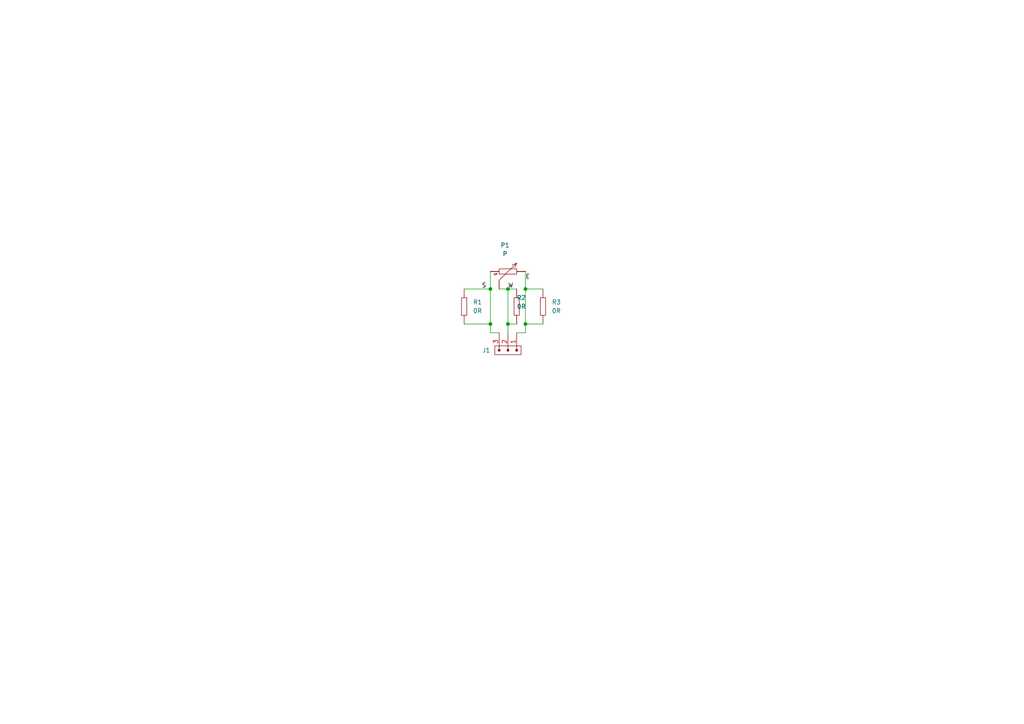
<source format=kicad_sch>
(kicad_sch (version 20230121) (generator eeschema)
  (paper "A4")
  (lib_symbols
    (symbol "dvhx-kicad-library-2:Header_1x3_male" (pin_names hide)
      (property "Reference" "J" (at -0.254 2.286 0))
      (symbol "Header_1x3_male_0_1"
        (rectangle (start -1.27 1.27) (end 1.27 -6.35))
        (rectangle (start -0.254 -4.826) (end 0.254 -5.334) (fill (type outline)))
        (rectangle (start -0.254 -2.286) (end 0.254 -2.794) (fill (type outline)))
        (rectangle (start -0.254 0.254) (end 0.254 -0.254) (fill (type outline)))
      )
      (symbol "Header_1x3_male_1_1"
        (pin passive line (at -5.08 0 0) (length 5.08) (name "1") (number "1"))
        (pin passive line (at -5.08 -2.54 0) (length 5.08) (name "2") (number "2"))
        (pin passive line (at -5.08 -5.08 0) (length 5.08) (name "3") (number "3"))
      )
    )
    (symbol "dvhx-kicad-library-2:P" (pin_numbers hide) (pin_names hide)
      (property "Reference" "P?" (at 3.048 1.016 0))
      (property "Value" "P" (at 3.048 -1.016 0))
      (symbol "P_0_0"
        (text "S" (at -0.762 -3.556 0) (effects (font (size 0.8 0.8))))
      )
      (symbol "P_0_1"
        (polyline (pts (xy 2.413 2.54) (xy 1.143 2.032)))
        (polyline (pts (xy -2.54 -2.54) (xy 2.413 2.54) (xy 1.905 1.27)))
        (polyline (pts (xy -0.762 2.54) (xy 0.762 2.54) (xy 0.762 -2.54) (xy -0.762 -2.54) (xy -0.762 2.54)))
      )
      (symbol "P_1_1"
        (pin passive line (at 0 5.08 270) (length 2.54) (name "E") (number "E"))
        (pin passive line (at 0 -5.08 90) (length 2.54) (name "S") (number "S"))
        (pin passive line (at -5.08 -2.54 0) (length 2.54) (name "W") (number "W"))
      )
    )
    (symbol "dvhx-kicad-library-2:R" (pin_numbers hide) (pin_names hide)
      (property "Reference" "R?" (at 1.27 1.016 0))
      (property "Value" "R" (at 1.27 -1.143 0))
      (symbol "R_0_1"
        (polyline (pts (xy -0.762 2.54) (xy 0.762 2.54) (xy 0.762 -2.54) (xy -0.762 -2.54) (xy -0.762 2.54)))
      )
      (symbol "R_1_1"
        (pin passive line (at 0 5.08 270) (length 2.54) (name "1") (number "1"))
        (pin passive line (at 0 -5.08 90) (length 2.54) (name "2") (number "2"))
      )
    )
  )
  (junction (at 147.32 93.98))
  (junction (at 142.24 93.98))
  (junction (at 147.32 83.82))
  (junction (at 142.24 83.82))
  (junction (at 152.4 83.82))
  (junction (at 152.4 93.98))
  (wire (pts (xy 147.32 83.82) (xy 144.78 83.82)))
  (wire (pts (xy 147.32 96.52) (xy 147.32 93.98)))
  (wire (pts (xy 134.62 83.82) (xy 142.24 83.82)))
  (wire (pts (xy 152.4 93.98) (xy 152.4 96.52)))
  (wire (pts (xy 152.4 93.98) (xy 157.48 93.98)))
  (wire (pts (xy 152.4 96.52) (xy 149.86 96.52)))
  (wire (pts (xy 144.78 96.52) (xy 142.24 96.52)))
  (wire (pts (xy 142.24 83.82) (xy 142.24 93.98)))
  (wire (pts (xy 147.32 93.98) (xy 147.32 83.82)))
  (wire (pts (xy 147.32 83.82) (xy 149.86 83.82)))
  (wire (pts (xy 152.4 78.74) (xy 152.4 83.82)))
  (wire (pts (xy 152.4 83.82) (xy 152.4 93.98)))
  (wire (pts (xy 147.32 93.98) (xy 149.86 93.98)))
  (wire (pts (xy 152.4 83.82) (xy 157.48 83.82)))
  (wire (pts (xy 142.24 93.98) (xy 142.24 96.52)))
  (wire (pts (xy 142.24 78.74) (xy 142.24 83.82)))
  (wire (pts (xy 134.62 93.98) (xy 142.24 93.98)))
  (label "W" (at 147.32 83.82 0))
  (label "S" (at 139.7 83.82 0))
  (label "E" (at 152.4 81.28 0))
  (symbol (lib_id "dvhx-kicad-library-2:R") (at 149.86 88.9 0) (unit 1)
    (property "Reference" "R2" (at 149.86 86.36 0) (effects (justify left)))
    (property "Value" "0R" (at 149.86 88.9 0) (effects (justify left)))
    (property "Footprint" "dvhx-kicad-library-2:R_0805" (effects hide))
  )
  (symbol (lib_id "dvhx-kicad-library-2:R") (at 157.48 88.9 0) (unit 1)
    (property "Reference" "R3" (at 160.02 87.63 0) (effects (justify left)))
    (property "Value" "0R" (at 160.02 90.17 0) (effects (justify left)))
    (property "Footprint" "dvhx-kicad-library-2:R_0805" (effects hide))
  )
  (symbol (lib_id "dvhx-kicad-library-2:Header_1x3_male") (at 149.86 101.6 270) (unit 1)
    (property "Reference" "J1" (at 142.24 101.6 90) (effects (justify right)))
    (property "Value" "Header_1x3_male" (effects hide))
    (property "Footprint" "dvhx-kicad-library-2:Header_1x3_male_bent" (effects hide))
  )
  (symbol (lib_id "dvhx-kicad-library-2:R") (at 134.62 88.9 0) (unit 1)
    (property "Reference" "R1" (at 137.16 87.63 0) (effects (justify left)))
    (property "Value" "0R" (at 137.16 90.17 0) (effects (justify left)))
    (property "Footprint" "dvhx-kicad-library-2:R_0805" (effects hide))
  )
  (symbol (lib_id "dvhx-kicad-library-2:P") (at 147.32 78.74 270) (mirror x) (unit 1)
    (property "Reference" "P1" (at 146.4903 71.12 90))
    (property "Value" "P" (at 146.4903 73.66 90))
    (property "Footprint" "dvhx-kicad-library-2:P_RV097NH_bent_pins" (effects hide))
  )
)
</source>
